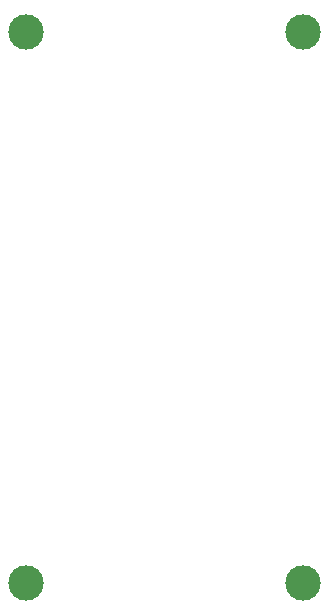
<source format=gbr>
%TF.GenerationSoftware,Altium Limited,Altium Designer,23.4.1 (23)*%
G04 Layer_Color=0*
%FSLAX45Y45*%
%MOMM*%
%TF.SameCoordinates,B93E8061-1334-4625-9DA7-9BA1A821EA0A*%
%TF.FilePolarity,Positive*%
%TF.FileFunction,NonPlated,1,2,NPTH,Drill*%
%TF.Part,Single*%
G01*
G75*
%TA.AperFunction,OtherDrill,Pad Free-0 (2.335mm,2.334mm)*%
%ADD39C,3.00000*%
%TA.AperFunction,OtherDrill,Pad Free-0 (25.835mm,2.334mm)*%
%ADD40C,3.00000*%
%TA.AperFunction,OtherDrill,Pad Free-0 (25.835mm,48.975mm)*%
%ADD41C,3.00000*%
%TA.AperFunction,OtherDrill,Pad Free-0 (2.335mm,48.975mm)*%
%ADD42C,3.00000*%
D39*
X233500Y233400D02*
D03*
D40*
X2583500D02*
D03*
D41*
Y4897500D02*
D03*
D42*
X233500D02*
D03*
%TF.MD5,c608238e821d1e864499d94f301595fe*%
M02*

</source>
